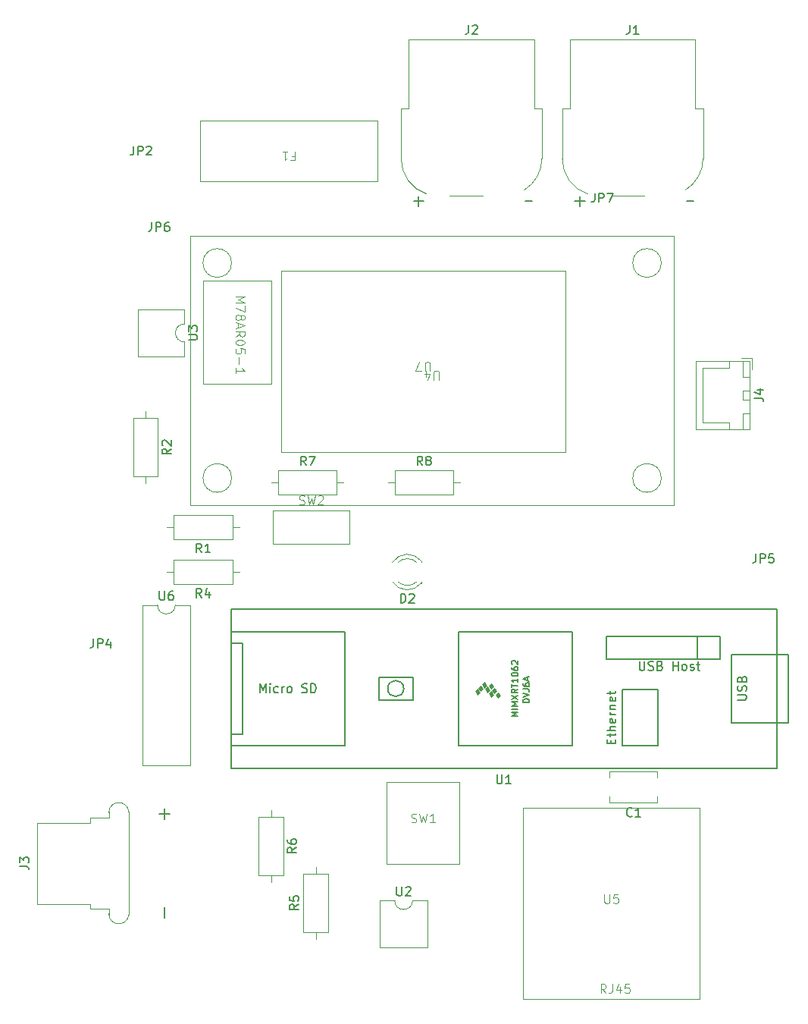
<source format=gbr>
%TF.GenerationSoftware,KiCad,Pcbnew,8.0.6-8.0.6-0~ubuntu22.04.1*%
%TF.CreationDate,2025-01-31T00:53:22+00:00*%
%TF.ProjectId,miniv_motor_controller_board,6d696e69-765f-46d6-9f74-6f725f636f6e,rev?*%
%TF.SameCoordinates,Original*%
%TF.FileFunction,Legend,Top*%
%TF.FilePolarity,Positive*%
%FSLAX46Y46*%
G04 Gerber Fmt 4.6, Leading zero omitted, Abs format (unit mm)*
G04 Created by KiCad (PCBNEW 8.0.6-8.0.6-0~ubuntu22.04.1) date 2025-01-31 00:53:22*
%MOMM*%
%LPD*%
G01*
G04 APERTURE LIST*
%ADD10C,0.150000*%
%ADD11C,0.100000*%
%ADD12C,0.120000*%
G04 APERTURE END LIST*
D10*
X66084819Y-139086666D02*
X65608628Y-139419999D01*
X66084819Y-139658094D02*
X65084819Y-139658094D01*
X65084819Y-139658094D02*
X65084819Y-139277142D01*
X65084819Y-139277142D02*
X65132438Y-139181904D01*
X65132438Y-139181904D02*
X65180057Y-139134285D01*
X65180057Y-139134285D02*
X65275295Y-139086666D01*
X65275295Y-139086666D02*
X65418152Y-139086666D01*
X65418152Y-139086666D02*
X65513390Y-139134285D01*
X65513390Y-139134285D02*
X65561009Y-139181904D01*
X65561009Y-139181904D02*
X65608628Y-139277142D01*
X65608628Y-139277142D02*
X65608628Y-139658094D01*
X65084819Y-138181904D02*
X65084819Y-138658094D01*
X65084819Y-138658094D02*
X65561009Y-138705713D01*
X65561009Y-138705713D02*
X65513390Y-138658094D01*
X65513390Y-138658094D02*
X65465771Y-138562856D01*
X65465771Y-138562856D02*
X65465771Y-138324761D01*
X65465771Y-138324761D02*
X65513390Y-138229523D01*
X65513390Y-138229523D02*
X65561009Y-138181904D01*
X65561009Y-138181904D02*
X65656247Y-138134285D01*
X65656247Y-138134285D02*
X65894342Y-138134285D01*
X65894342Y-138134285D02*
X65989580Y-138181904D01*
X65989580Y-138181904D02*
X66037200Y-138229523D01*
X66037200Y-138229523D02*
X66084819Y-138324761D01*
X66084819Y-138324761D02*
X66084819Y-138562856D01*
X66084819Y-138562856D02*
X66037200Y-138658094D01*
X66037200Y-138658094D02*
X65989580Y-138705713D01*
X117004819Y-82583333D02*
X117719104Y-82583333D01*
X117719104Y-82583333D02*
X117861961Y-82630952D01*
X117861961Y-82630952D02*
X117957200Y-82726190D01*
X117957200Y-82726190D02*
X118004819Y-82869047D01*
X118004819Y-82869047D02*
X118004819Y-82964285D01*
X117338152Y-81678571D02*
X118004819Y-81678571D01*
X116957200Y-81916666D02*
X117671485Y-82154761D01*
X117671485Y-82154761D02*
X117671485Y-81535714D01*
X43166666Y-109454819D02*
X43166666Y-110169104D01*
X43166666Y-110169104D02*
X43119047Y-110311961D01*
X43119047Y-110311961D02*
X43023809Y-110407200D01*
X43023809Y-110407200D02*
X42880952Y-110454819D01*
X42880952Y-110454819D02*
X42785714Y-110454819D01*
X43642857Y-110454819D02*
X43642857Y-109454819D01*
X43642857Y-109454819D02*
X44023809Y-109454819D01*
X44023809Y-109454819D02*
X44119047Y-109502438D01*
X44119047Y-109502438D02*
X44166666Y-109550057D01*
X44166666Y-109550057D02*
X44214285Y-109645295D01*
X44214285Y-109645295D02*
X44214285Y-109788152D01*
X44214285Y-109788152D02*
X44166666Y-109883390D01*
X44166666Y-109883390D02*
X44119047Y-109931009D01*
X44119047Y-109931009D02*
X44023809Y-109978628D01*
X44023809Y-109978628D02*
X43642857Y-109978628D01*
X45071428Y-109788152D02*
X45071428Y-110454819D01*
X44833333Y-109407200D02*
X44595238Y-110121485D01*
X44595238Y-110121485D02*
X45214285Y-110121485D01*
X77048095Y-137124819D02*
X77048095Y-137934342D01*
X77048095Y-137934342D02*
X77095714Y-138029580D01*
X77095714Y-138029580D02*
X77143333Y-138077200D01*
X77143333Y-138077200D02*
X77238571Y-138124819D01*
X77238571Y-138124819D02*
X77429047Y-138124819D01*
X77429047Y-138124819D02*
X77524285Y-138077200D01*
X77524285Y-138077200D02*
X77571904Y-138029580D01*
X77571904Y-138029580D02*
X77619523Y-137934342D01*
X77619523Y-137934342D02*
X77619523Y-137124819D01*
X78048095Y-137220057D02*
X78095714Y-137172438D01*
X78095714Y-137172438D02*
X78190952Y-137124819D01*
X78190952Y-137124819D02*
X78429047Y-137124819D01*
X78429047Y-137124819D02*
X78524285Y-137172438D01*
X78524285Y-137172438D02*
X78571904Y-137220057D01*
X78571904Y-137220057D02*
X78619523Y-137315295D01*
X78619523Y-137315295D02*
X78619523Y-137410533D01*
X78619523Y-137410533D02*
X78571904Y-137553390D01*
X78571904Y-137553390D02*
X78000476Y-138124819D01*
X78000476Y-138124819D02*
X78619523Y-138124819D01*
X85066666Y-40954819D02*
X85066666Y-41669104D01*
X85066666Y-41669104D02*
X85019047Y-41811961D01*
X85019047Y-41811961D02*
X84923809Y-41907200D01*
X84923809Y-41907200D02*
X84780952Y-41954819D01*
X84780952Y-41954819D02*
X84685714Y-41954819D01*
X85495238Y-41050057D02*
X85542857Y-41002438D01*
X85542857Y-41002438D02*
X85638095Y-40954819D01*
X85638095Y-40954819D02*
X85876190Y-40954819D01*
X85876190Y-40954819D02*
X85971428Y-41002438D01*
X85971428Y-41002438D02*
X86019047Y-41050057D01*
X86019047Y-41050057D02*
X86066666Y-41145295D01*
X86066666Y-41145295D02*
X86066666Y-41240533D01*
X86066666Y-41240533D02*
X86019047Y-41383390D01*
X86019047Y-41383390D02*
X85447619Y-41954819D01*
X85447619Y-41954819D02*
X86066666Y-41954819D01*
X91419048Y-60573866D02*
X92180953Y-60573866D01*
X78928571Y-60614700D02*
X80071429Y-60614700D01*
X79500000Y-61186128D02*
X79500000Y-60043271D01*
X49666666Y-62954819D02*
X49666666Y-63669104D01*
X49666666Y-63669104D02*
X49619047Y-63811961D01*
X49619047Y-63811961D02*
X49523809Y-63907200D01*
X49523809Y-63907200D02*
X49380952Y-63954819D01*
X49380952Y-63954819D02*
X49285714Y-63954819D01*
X50142857Y-63954819D02*
X50142857Y-62954819D01*
X50142857Y-62954819D02*
X50523809Y-62954819D01*
X50523809Y-62954819D02*
X50619047Y-63002438D01*
X50619047Y-63002438D02*
X50666666Y-63050057D01*
X50666666Y-63050057D02*
X50714285Y-63145295D01*
X50714285Y-63145295D02*
X50714285Y-63288152D01*
X50714285Y-63288152D02*
X50666666Y-63383390D01*
X50666666Y-63383390D02*
X50619047Y-63431009D01*
X50619047Y-63431009D02*
X50523809Y-63478628D01*
X50523809Y-63478628D02*
X50142857Y-63478628D01*
X51571428Y-62954819D02*
X51380952Y-62954819D01*
X51380952Y-62954819D02*
X51285714Y-63002438D01*
X51285714Y-63002438D02*
X51238095Y-63050057D01*
X51238095Y-63050057D02*
X51142857Y-63192914D01*
X51142857Y-63192914D02*
X51095238Y-63383390D01*
X51095238Y-63383390D02*
X51095238Y-63764342D01*
X51095238Y-63764342D02*
X51142857Y-63859580D01*
X51142857Y-63859580D02*
X51190476Y-63907200D01*
X51190476Y-63907200D02*
X51285714Y-63954819D01*
X51285714Y-63954819D02*
X51476190Y-63954819D01*
X51476190Y-63954819D02*
X51571428Y-63907200D01*
X51571428Y-63907200D02*
X51619047Y-63859580D01*
X51619047Y-63859580D02*
X51666666Y-63764342D01*
X51666666Y-63764342D02*
X51666666Y-63526247D01*
X51666666Y-63526247D02*
X51619047Y-63431009D01*
X51619047Y-63431009D02*
X51571428Y-63383390D01*
X51571428Y-63383390D02*
X51476190Y-63335771D01*
X51476190Y-63335771D02*
X51285714Y-63335771D01*
X51285714Y-63335771D02*
X51190476Y-63383390D01*
X51190476Y-63383390D02*
X51142857Y-63431009D01*
X51142857Y-63431009D02*
X51095238Y-63526247D01*
X88238095Y-124614819D02*
X88238095Y-125424342D01*
X88238095Y-125424342D02*
X88285714Y-125519580D01*
X88285714Y-125519580D02*
X88333333Y-125567200D01*
X88333333Y-125567200D02*
X88428571Y-125614819D01*
X88428571Y-125614819D02*
X88619047Y-125614819D01*
X88619047Y-125614819D02*
X88714285Y-125567200D01*
X88714285Y-125567200D02*
X88761904Y-125519580D01*
X88761904Y-125519580D02*
X88809523Y-125424342D01*
X88809523Y-125424342D02*
X88809523Y-124614819D01*
X89809523Y-125614819D02*
X89238095Y-125614819D01*
X89523809Y-125614819D02*
X89523809Y-124614819D01*
X89523809Y-124614819D02*
X89428571Y-124757676D01*
X89428571Y-124757676D02*
X89333333Y-124852914D01*
X89333333Y-124852914D02*
X89238095Y-124900533D01*
X90586033Y-118083333D02*
X89886033Y-118083333D01*
X89886033Y-118083333D02*
X90386033Y-117850000D01*
X90386033Y-117850000D02*
X89886033Y-117616666D01*
X89886033Y-117616666D02*
X90586033Y-117616666D01*
X90586033Y-117283333D02*
X89886033Y-117283333D01*
X90586033Y-116950000D02*
X89886033Y-116950000D01*
X89886033Y-116950000D02*
X90386033Y-116716667D01*
X90386033Y-116716667D02*
X89886033Y-116483333D01*
X89886033Y-116483333D02*
X90586033Y-116483333D01*
X89886033Y-116216667D02*
X90586033Y-115750000D01*
X89886033Y-115750000D02*
X90586033Y-116216667D01*
X90586033Y-115083333D02*
X90252700Y-115316666D01*
X90586033Y-115483333D02*
X89886033Y-115483333D01*
X89886033Y-115483333D02*
X89886033Y-115216666D01*
X89886033Y-115216666D02*
X89919366Y-115150000D01*
X89919366Y-115150000D02*
X89952700Y-115116666D01*
X89952700Y-115116666D02*
X90019366Y-115083333D01*
X90019366Y-115083333D02*
X90119366Y-115083333D01*
X90119366Y-115083333D02*
X90186033Y-115116666D01*
X90186033Y-115116666D02*
X90219366Y-115150000D01*
X90219366Y-115150000D02*
X90252700Y-115216666D01*
X90252700Y-115216666D02*
X90252700Y-115483333D01*
X89886033Y-114883333D02*
X89886033Y-114483333D01*
X90586033Y-114683333D02*
X89886033Y-114683333D01*
X90586033Y-113883333D02*
X90586033Y-114283333D01*
X90586033Y-114083333D02*
X89886033Y-114083333D01*
X89886033Y-114083333D02*
X89986033Y-114150000D01*
X89986033Y-114150000D02*
X90052700Y-114216667D01*
X90052700Y-114216667D02*
X90086033Y-114283333D01*
X89886033Y-113450000D02*
X89886033Y-113383333D01*
X89886033Y-113383333D02*
X89919366Y-113316666D01*
X89919366Y-113316666D02*
X89952700Y-113283333D01*
X89952700Y-113283333D02*
X90019366Y-113250000D01*
X90019366Y-113250000D02*
X90152700Y-113216666D01*
X90152700Y-113216666D02*
X90319366Y-113216666D01*
X90319366Y-113216666D02*
X90452700Y-113250000D01*
X90452700Y-113250000D02*
X90519366Y-113283333D01*
X90519366Y-113283333D02*
X90552700Y-113316666D01*
X90552700Y-113316666D02*
X90586033Y-113383333D01*
X90586033Y-113383333D02*
X90586033Y-113450000D01*
X90586033Y-113450000D02*
X90552700Y-113516666D01*
X90552700Y-113516666D02*
X90519366Y-113550000D01*
X90519366Y-113550000D02*
X90452700Y-113583333D01*
X90452700Y-113583333D02*
X90319366Y-113616666D01*
X90319366Y-113616666D02*
X90152700Y-113616666D01*
X90152700Y-113616666D02*
X90019366Y-113583333D01*
X90019366Y-113583333D02*
X89952700Y-113550000D01*
X89952700Y-113550000D02*
X89919366Y-113516666D01*
X89919366Y-113516666D02*
X89886033Y-113450000D01*
X89886033Y-112616666D02*
X89886033Y-112749999D01*
X89886033Y-112749999D02*
X89919366Y-112816666D01*
X89919366Y-112816666D02*
X89952700Y-112849999D01*
X89952700Y-112849999D02*
X90052700Y-112916666D01*
X90052700Y-112916666D02*
X90186033Y-112949999D01*
X90186033Y-112949999D02*
X90452700Y-112949999D01*
X90452700Y-112949999D02*
X90519366Y-112916666D01*
X90519366Y-112916666D02*
X90552700Y-112883333D01*
X90552700Y-112883333D02*
X90586033Y-112816666D01*
X90586033Y-112816666D02*
X90586033Y-112683333D01*
X90586033Y-112683333D02*
X90552700Y-112616666D01*
X90552700Y-112616666D02*
X90519366Y-112583333D01*
X90519366Y-112583333D02*
X90452700Y-112549999D01*
X90452700Y-112549999D02*
X90286033Y-112549999D01*
X90286033Y-112549999D02*
X90219366Y-112583333D01*
X90219366Y-112583333D02*
X90186033Y-112616666D01*
X90186033Y-112616666D02*
X90152700Y-112683333D01*
X90152700Y-112683333D02*
X90152700Y-112816666D01*
X90152700Y-112816666D02*
X90186033Y-112883333D01*
X90186033Y-112883333D02*
X90219366Y-112916666D01*
X90219366Y-112916666D02*
X90286033Y-112949999D01*
X89952700Y-112283332D02*
X89919366Y-112249999D01*
X89919366Y-112249999D02*
X89886033Y-112183332D01*
X89886033Y-112183332D02*
X89886033Y-112016666D01*
X89886033Y-112016666D02*
X89919366Y-111949999D01*
X89919366Y-111949999D02*
X89952700Y-111916666D01*
X89952700Y-111916666D02*
X90019366Y-111883332D01*
X90019366Y-111883332D02*
X90086033Y-111883332D01*
X90086033Y-111883332D02*
X90186033Y-111916666D01*
X90186033Y-111916666D02*
X90586033Y-112316666D01*
X90586033Y-112316666D02*
X90586033Y-111883332D01*
X61750952Y-115454819D02*
X61750952Y-114454819D01*
X61750952Y-114454819D02*
X62084285Y-115169104D01*
X62084285Y-115169104D02*
X62417618Y-114454819D01*
X62417618Y-114454819D02*
X62417618Y-115454819D01*
X62893809Y-115454819D02*
X62893809Y-114788152D01*
X62893809Y-114454819D02*
X62846190Y-114502438D01*
X62846190Y-114502438D02*
X62893809Y-114550057D01*
X62893809Y-114550057D02*
X62941428Y-114502438D01*
X62941428Y-114502438D02*
X62893809Y-114454819D01*
X62893809Y-114454819D02*
X62893809Y-114550057D01*
X63798570Y-115407200D02*
X63703332Y-115454819D01*
X63703332Y-115454819D02*
X63512856Y-115454819D01*
X63512856Y-115454819D02*
X63417618Y-115407200D01*
X63417618Y-115407200D02*
X63369999Y-115359580D01*
X63369999Y-115359580D02*
X63322380Y-115264342D01*
X63322380Y-115264342D02*
X63322380Y-114978628D01*
X63322380Y-114978628D02*
X63369999Y-114883390D01*
X63369999Y-114883390D02*
X63417618Y-114835771D01*
X63417618Y-114835771D02*
X63512856Y-114788152D01*
X63512856Y-114788152D02*
X63703332Y-114788152D01*
X63703332Y-114788152D02*
X63798570Y-114835771D01*
X64227142Y-115454819D02*
X64227142Y-114788152D01*
X64227142Y-114978628D02*
X64274761Y-114883390D01*
X64274761Y-114883390D02*
X64322380Y-114835771D01*
X64322380Y-114835771D02*
X64417618Y-114788152D01*
X64417618Y-114788152D02*
X64512856Y-114788152D01*
X64989047Y-115454819D02*
X64893809Y-115407200D01*
X64893809Y-115407200D02*
X64846190Y-115359580D01*
X64846190Y-115359580D02*
X64798571Y-115264342D01*
X64798571Y-115264342D02*
X64798571Y-114978628D01*
X64798571Y-114978628D02*
X64846190Y-114883390D01*
X64846190Y-114883390D02*
X64893809Y-114835771D01*
X64893809Y-114835771D02*
X64989047Y-114788152D01*
X64989047Y-114788152D02*
X65131904Y-114788152D01*
X65131904Y-114788152D02*
X65227142Y-114835771D01*
X65227142Y-114835771D02*
X65274761Y-114883390D01*
X65274761Y-114883390D02*
X65322380Y-114978628D01*
X65322380Y-114978628D02*
X65322380Y-115264342D01*
X65322380Y-115264342D02*
X65274761Y-115359580D01*
X65274761Y-115359580D02*
X65227142Y-115407200D01*
X65227142Y-115407200D02*
X65131904Y-115454819D01*
X65131904Y-115454819D02*
X64989047Y-115454819D01*
X66465238Y-115407200D02*
X66608095Y-115454819D01*
X66608095Y-115454819D02*
X66846190Y-115454819D01*
X66846190Y-115454819D02*
X66941428Y-115407200D01*
X66941428Y-115407200D02*
X66989047Y-115359580D01*
X66989047Y-115359580D02*
X67036666Y-115264342D01*
X67036666Y-115264342D02*
X67036666Y-115169104D01*
X67036666Y-115169104D02*
X66989047Y-115073866D01*
X66989047Y-115073866D02*
X66941428Y-115026247D01*
X66941428Y-115026247D02*
X66846190Y-114978628D01*
X66846190Y-114978628D02*
X66655714Y-114931009D01*
X66655714Y-114931009D02*
X66560476Y-114883390D01*
X66560476Y-114883390D02*
X66512857Y-114835771D01*
X66512857Y-114835771D02*
X66465238Y-114740533D01*
X66465238Y-114740533D02*
X66465238Y-114645295D01*
X66465238Y-114645295D02*
X66512857Y-114550057D01*
X66512857Y-114550057D02*
X66560476Y-114502438D01*
X66560476Y-114502438D02*
X66655714Y-114454819D01*
X66655714Y-114454819D02*
X66893809Y-114454819D01*
X66893809Y-114454819D02*
X67036666Y-114502438D01*
X67465238Y-115454819D02*
X67465238Y-114454819D01*
X67465238Y-114454819D02*
X67703333Y-114454819D01*
X67703333Y-114454819D02*
X67846190Y-114502438D01*
X67846190Y-114502438D02*
X67941428Y-114597676D01*
X67941428Y-114597676D02*
X67989047Y-114692914D01*
X67989047Y-114692914D02*
X68036666Y-114883390D01*
X68036666Y-114883390D02*
X68036666Y-115026247D01*
X68036666Y-115026247D02*
X67989047Y-115216723D01*
X67989047Y-115216723D02*
X67941428Y-115311961D01*
X67941428Y-115311961D02*
X67846190Y-115407200D01*
X67846190Y-115407200D02*
X67703333Y-115454819D01*
X67703333Y-115454819D02*
X67465238Y-115454819D01*
X115124819Y-116261904D02*
X115934342Y-116261904D01*
X115934342Y-116261904D02*
X116029580Y-116214285D01*
X116029580Y-116214285D02*
X116077200Y-116166666D01*
X116077200Y-116166666D02*
X116124819Y-116071428D01*
X116124819Y-116071428D02*
X116124819Y-115880952D01*
X116124819Y-115880952D02*
X116077200Y-115785714D01*
X116077200Y-115785714D02*
X116029580Y-115738095D01*
X116029580Y-115738095D02*
X115934342Y-115690476D01*
X115934342Y-115690476D02*
X115124819Y-115690476D01*
X116077200Y-115261904D02*
X116124819Y-115119047D01*
X116124819Y-115119047D02*
X116124819Y-114880952D01*
X116124819Y-114880952D02*
X116077200Y-114785714D01*
X116077200Y-114785714D02*
X116029580Y-114738095D01*
X116029580Y-114738095D02*
X115934342Y-114690476D01*
X115934342Y-114690476D02*
X115839104Y-114690476D01*
X115839104Y-114690476D02*
X115743866Y-114738095D01*
X115743866Y-114738095D02*
X115696247Y-114785714D01*
X115696247Y-114785714D02*
X115648628Y-114880952D01*
X115648628Y-114880952D02*
X115601009Y-115071428D01*
X115601009Y-115071428D02*
X115553390Y-115166666D01*
X115553390Y-115166666D02*
X115505771Y-115214285D01*
X115505771Y-115214285D02*
X115410533Y-115261904D01*
X115410533Y-115261904D02*
X115315295Y-115261904D01*
X115315295Y-115261904D02*
X115220057Y-115214285D01*
X115220057Y-115214285D02*
X115172438Y-115166666D01*
X115172438Y-115166666D02*
X115124819Y-115071428D01*
X115124819Y-115071428D02*
X115124819Y-114833333D01*
X115124819Y-114833333D02*
X115172438Y-114690476D01*
X115601009Y-113928571D02*
X115648628Y-113785714D01*
X115648628Y-113785714D02*
X115696247Y-113738095D01*
X115696247Y-113738095D02*
X115791485Y-113690476D01*
X115791485Y-113690476D02*
X115934342Y-113690476D01*
X115934342Y-113690476D02*
X116029580Y-113738095D01*
X116029580Y-113738095D02*
X116077200Y-113785714D01*
X116077200Y-113785714D02*
X116124819Y-113880952D01*
X116124819Y-113880952D02*
X116124819Y-114261904D01*
X116124819Y-114261904D02*
X115124819Y-114261904D01*
X115124819Y-114261904D02*
X115124819Y-113928571D01*
X115124819Y-113928571D02*
X115172438Y-113833333D01*
X115172438Y-113833333D02*
X115220057Y-113785714D01*
X115220057Y-113785714D02*
X115315295Y-113738095D01*
X115315295Y-113738095D02*
X115410533Y-113738095D01*
X115410533Y-113738095D02*
X115505771Y-113785714D01*
X115505771Y-113785714D02*
X115553390Y-113833333D01*
X115553390Y-113833333D02*
X115601009Y-113928571D01*
X115601009Y-113928571D02*
X115601009Y-114261904D01*
X100996009Y-121133743D02*
X100996009Y-120800410D01*
X101519819Y-120657553D02*
X101519819Y-121133743D01*
X101519819Y-121133743D02*
X100519819Y-121133743D01*
X100519819Y-121133743D02*
X100519819Y-120657553D01*
X100853152Y-120371838D02*
X100853152Y-119990886D01*
X100519819Y-120228981D02*
X101376961Y-120228981D01*
X101376961Y-120228981D02*
X101472200Y-120181362D01*
X101472200Y-120181362D02*
X101519819Y-120086124D01*
X101519819Y-120086124D02*
X101519819Y-119990886D01*
X101519819Y-119657552D02*
X100519819Y-119657552D01*
X101519819Y-119228981D02*
X100996009Y-119228981D01*
X100996009Y-119228981D02*
X100900771Y-119276600D01*
X100900771Y-119276600D02*
X100853152Y-119371838D01*
X100853152Y-119371838D02*
X100853152Y-119514695D01*
X100853152Y-119514695D02*
X100900771Y-119609933D01*
X100900771Y-119609933D02*
X100948390Y-119657552D01*
X101472200Y-118371838D02*
X101519819Y-118467076D01*
X101519819Y-118467076D02*
X101519819Y-118657552D01*
X101519819Y-118657552D02*
X101472200Y-118752790D01*
X101472200Y-118752790D02*
X101376961Y-118800409D01*
X101376961Y-118800409D02*
X100996009Y-118800409D01*
X100996009Y-118800409D02*
X100900771Y-118752790D01*
X100900771Y-118752790D02*
X100853152Y-118657552D01*
X100853152Y-118657552D02*
X100853152Y-118467076D01*
X100853152Y-118467076D02*
X100900771Y-118371838D01*
X100900771Y-118371838D02*
X100996009Y-118324219D01*
X100996009Y-118324219D02*
X101091247Y-118324219D01*
X101091247Y-118324219D02*
X101186485Y-118800409D01*
X101519819Y-117895647D02*
X100853152Y-117895647D01*
X101043628Y-117895647D02*
X100948390Y-117848028D01*
X100948390Y-117848028D02*
X100900771Y-117800409D01*
X100900771Y-117800409D02*
X100853152Y-117705171D01*
X100853152Y-117705171D02*
X100853152Y-117609933D01*
X100853152Y-117276599D02*
X101519819Y-117276599D01*
X100948390Y-117276599D02*
X100900771Y-117228980D01*
X100900771Y-117228980D02*
X100853152Y-117133742D01*
X100853152Y-117133742D02*
X100853152Y-116990885D01*
X100853152Y-116990885D02*
X100900771Y-116895647D01*
X100900771Y-116895647D02*
X100996009Y-116848028D01*
X100996009Y-116848028D02*
X101519819Y-116848028D01*
X101472200Y-115990885D02*
X101519819Y-116086123D01*
X101519819Y-116086123D02*
X101519819Y-116276599D01*
X101519819Y-116276599D02*
X101472200Y-116371837D01*
X101472200Y-116371837D02*
X101376961Y-116419456D01*
X101376961Y-116419456D02*
X100996009Y-116419456D01*
X100996009Y-116419456D02*
X100900771Y-116371837D01*
X100900771Y-116371837D02*
X100853152Y-116276599D01*
X100853152Y-116276599D02*
X100853152Y-116086123D01*
X100853152Y-116086123D02*
X100900771Y-115990885D01*
X100900771Y-115990885D02*
X100996009Y-115943266D01*
X100996009Y-115943266D02*
X101091247Y-115943266D01*
X101091247Y-115943266D02*
X101186485Y-116419456D01*
X100853152Y-115657551D02*
X100853152Y-115276599D01*
X100519819Y-115514694D02*
X101376961Y-115514694D01*
X101376961Y-115514694D02*
X101472200Y-115467075D01*
X101472200Y-115467075D02*
X101519819Y-115371837D01*
X101519819Y-115371837D02*
X101519819Y-115276599D01*
X104156276Y-111965619D02*
X104156276Y-112775142D01*
X104156276Y-112775142D02*
X104203895Y-112870380D01*
X104203895Y-112870380D02*
X104251514Y-112918000D01*
X104251514Y-112918000D02*
X104346752Y-112965619D01*
X104346752Y-112965619D02*
X104537228Y-112965619D01*
X104537228Y-112965619D02*
X104632466Y-112918000D01*
X104632466Y-112918000D02*
X104680085Y-112870380D01*
X104680085Y-112870380D02*
X104727704Y-112775142D01*
X104727704Y-112775142D02*
X104727704Y-111965619D01*
X105156276Y-112918000D02*
X105299133Y-112965619D01*
X105299133Y-112965619D02*
X105537228Y-112965619D01*
X105537228Y-112965619D02*
X105632466Y-112918000D01*
X105632466Y-112918000D02*
X105680085Y-112870380D01*
X105680085Y-112870380D02*
X105727704Y-112775142D01*
X105727704Y-112775142D02*
X105727704Y-112679904D01*
X105727704Y-112679904D02*
X105680085Y-112584666D01*
X105680085Y-112584666D02*
X105632466Y-112537047D01*
X105632466Y-112537047D02*
X105537228Y-112489428D01*
X105537228Y-112489428D02*
X105346752Y-112441809D01*
X105346752Y-112441809D02*
X105251514Y-112394190D01*
X105251514Y-112394190D02*
X105203895Y-112346571D01*
X105203895Y-112346571D02*
X105156276Y-112251333D01*
X105156276Y-112251333D02*
X105156276Y-112156095D01*
X105156276Y-112156095D02*
X105203895Y-112060857D01*
X105203895Y-112060857D02*
X105251514Y-112013238D01*
X105251514Y-112013238D02*
X105346752Y-111965619D01*
X105346752Y-111965619D02*
X105584847Y-111965619D01*
X105584847Y-111965619D02*
X105727704Y-112013238D01*
X106489609Y-112441809D02*
X106632466Y-112489428D01*
X106632466Y-112489428D02*
X106680085Y-112537047D01*
X106680085Y-112537047D02*
X106727704Y-112632285D01*
X106727704Y-112632285D02*
X106727704Y-112775142D01*
X106727704Y-112775142D02*
X106680085Y-112870380D01*
X106680085Y-112870380D02*
X106632466Y-112918000D01*
X106632466Y-112918000D02*
X106537228Y-112965619D01*
X106537228Y-112965619D02*
X106156276Y-112965619D01*
X106156276Y-112965619D02*
X106156276Y-111965619D01*
X106156276Y-111965619D02*
X106489609Y-111965619D01*
X106489609Y-111965619D02*
X106584847Y-112013238D01*
X106584847Y-112013238D02*
X106632466Y-112060857D01*
X106632466Y-112060857D02*
X106680085Y-112156095D01*
X106680085Y-112156095D02*
X106680085Y-112251333D01*
X106680085Y-112251333D02*
X106632466Y-112346571D01*
X106632466Y-112346571D02*
X106584847Y-112394190D01*
X106584847Y-112394190D02*
X106489609Y-112441809D01*
X106489609Y-112441809D02*
X106156276Y-112441809D01*
X107918181Y-112965619D02*
X107918181Y-111965619D01*
X107918181Y-112441809D02*
X108489609Y-112441809D01*
X108489609Y-112965619D02*
X108489609Y-111965619D01*
X109108657Y-112965619D02*
X109013419Y-112918000D01*
X109013419Y-112918000D02*
X108965800Y-112870380D01*
X108965800Y-112870380D02*
X108918181Y-112775142D01*
X108918181Y-112775142D02*
X108918181Y-112489428D01*
X108918181Y-112489428D02*
X108965800Y-112394190D01*
X108965800Y-112394190D02*
X109013419Y-112346571D01*
X109013419Y-112346571D02*
X109108657Y-112298952D01*
X109108657Y-112298952D02*
X109251514Y-112298952D01*
X109251514Y-112298952D02*
X109346752Y-112346571D01*
X109346752Y-112346571D02*
X109394371Y-112394190D01*
X109394371Y-112394190D02*
X109441990Y-112489428D01*
X109441990Y-112489428D02*
X109441990Y-112775142D01*
X109441990Y-112775142D02*
X109394371Y-112870380D01*
X109394371Y-112870380D02*
X109346752Y-112918000D01*
X109346752Y-112918000D02*
X109251514Y-112965619D01*
X109251514Y-112965619D02*
X109108657Y-112965619D01*
X109822943Y-112918000D02*
X109918181Y-112965619D01*
X109918181Y-112965619D02*
X110108657Y-112965619D01*
X110108657Y-112965619D02*
X110203895Y-112918000D01*
X110203895Y-112918000D02*
X110251514Y-112822761D01*
X110251514Y-112822761D02*
X110251514Y-112775142D01*
X110251514Y-112775142D02*
X110203895Y-112679904D01*
X110203895Y-112679904D02*
X110108657Y-112632285D01*
X110108657Y-112632285D02*
X109965800Y-112632285D01*
X109965800Y-112632285D02*
X109870562Y-112584666D01*
X109870562Y-112584666D02*
X109822943Y-112489428D01*
X109822943Y-112489428D02*
X109822943Y-112441809D01*
X109822943Y-112441809D02*
X109870562Y-112346571D01*
X109870562Y-112346571D02*
X109965800Y-112298952D01*
X109965800Y-112298952D02*
X110108657Y-112298952D01*
X110108657Y-112298952D02*
X110203895Y-112346571D01*
X110537229Y-112298952D02*
X110918181Y-112298952D01*
X110680086Y-111965619D02*
X110680086Y-112822761D01*
X110680086Y-112822761D02*
X110727705Y-112918000D01*
X110727705Y-112918000D02*
X110822943Y-112965619D01*
X110822943Y-112965619D02*
X110918181Y-112965619D01*
X91856033Y-116563333D02*
X91156033Y-116563333D01*
X91156033Y-116563333D02*
X91156033Y-116396666D01*
X91156033Y-116396666D02*
X91189366Y-116296666D01*
X91189366Y-116296666D02*
X91256033Y-116230000D01*
X91256033Y-116230000D02*
X91322700Y-116196666D01*
X91322700Y-116196666D02*
X91456033Y-116163333D01*
X91456033Y-116163333D02*
X91556033Y-116163333D01*
X91556033Y-116163333D02*
X91689366Y-116196666D01*
X91689366Y-116196666D02*
X91756033Y-116230000D01*
X91756033Y-116230000D02*
X91822700Y-116296666D01*
X91822700Y-116296666D02*
X91856033Y-116396666D01*
X91856033Y-116396666D02*
X91856033Y-116563333D01*
X91156033Y-115963333D02*
X91856033Y-115730000D01*
X91856033Y-115730000D02*
X91156033Y-115496666D01*
X91156033Y-115063333D02*
X91656033Y-115063333D01*
X91656033Y-115063333D02*
X91756033Y-115096666D01*
X91756033Y-115096666D02*
X91822700Y-115163333D01*
X91822700Y-115163333D02*
X91856033Y-115263333D01*
X91856033Y-115263333D02*
X91856033Y-115330000D01*
X91156033Y-114430000D02*
X91156033Y-114563333D01*
X91156033Y-114563333D02*
X91189366Y-114630000D01*
X91189366Y-114630000D02*
X91222700Y-114663333D01*
X91222700Y-114663333D02*
X91322700Y-114730000D01*
X91322700Y-114730000D02*
X91456033Y-114763333D01*
X91456033Y-114763333D02*
X91722700Y-114763333D01*
X91722700Y-114763333D02*
X91789366Y-114730000D01*
X91789366Y-114730000D02*
X91822700Y-114696667D01*
X91822700Y-114696667D02*
X91856033Y-114630000D01*
X91856033Y-114630000D02*
X91856033Y-114496667D01*
X91856033Y-114496667D02*
X91822700Y-114430000D01*
X91822700Y-114430000D02*
X91789366Y-114396667D01*
X91789366Y-114396667D02*
X91722700Y-114363333D01*
X91722700Y-114363333D02*
X91556033Y-114363333D01*
X91556033Y-114363333D02*
X91489366Y-114396667D01*
X91489366Y-114396667D02*
X91456033Y-114430000D01*
X91456033Y-114430000D02*
X91422700Y-114496667D01*
X91422700Y-114496667D02*
X91422700Y-114630000D01*
X91422700Y-114630000D02*
X91456033Y-114696667D01*
X91456033Y-114696667D02*
X91489366Y-114730000D01*
X91489366Y-114730000D02*
X91556033Y-114763333D01*
X91656033Y-114096666D02*
X91656033Y-113763333D01*
X91856033Y-114163333D02*
X91156033Y-113930000D01*
X91156033Y-113930000D02*
X91856033Y-113696666D01*
X34954819Y-134833333D02*
X35669104Y-134833333D01*
X35669104Y-134833333D02*
X35811961Y-134880952D01*
X35811961Y-134880952D02*
X35907200Y-134976190D01*
X35907200Y-134976190D02*
X35954819Y-135119047D01*
X35954819Y-135119047D02*
X35954819Y-135214285D01*
X34954819Y-134452380D02*
X34954819Y-133833333D01*
X34954819Y-133833333D02*
X35335771Y-134166666D01*
X35335771Y-134166666D02*
X35335771Y-134023809D01*
X35335771Y-134023809D02*
X35383390Y-133928571D01*
X35383390Y-133928571D02*
X35431009Y-133880952D01*
X35431009Y-133880952D02*
X35526247Y-133833333D01*
X35526247Y-133833333D02*
X35764342Y-133833333D01*
X35764342Y-133833333D02*
X35859580Y-133880952D01*
X35859580Y-133880952D02*
X35907200Y-133928571D01*
X35907200Y-133928571D02*
X35954819Y-134023809D01*
X35954819Y-134023809D02*
X35954819Y-134309523D01*
X35954819Y-134309523D02*
X35907200Y-134404761D01*
X35907200Y-134404761D02*
X35859580Y-134452380D01*
X51114700Y-140571428D02*
X51114700Y-139428571D01*
X51114700Y-129571428D02*
X51114700Y-128428571D01*
X51686128Y-128999999D02*
X50543271Y-128999999D01*
X55253333Y-99824819D02*
X54920000Y-99348628D01*
X54681905Y-99824819D02*
X54681905Y-98824819D01*
X54681905Y-98824819D02*
X55062857Y-98824819D01*
X55062857Y-98824819D02*
X55158095Y-98872438D01*
X55158095Y-98872438D02*
X55205714Y-98920057D01*
X55205714Y-98920057D02*
X55253333Y-99015295D01*
X55253333Y-99015295D02*
X55253333Y-99158152D01*
X55253333Y-99158152D02*
X55205714Y-99253390D01*
X55205714Y-99253390D02*
X55158095Y-99301009D01*
X55158095Y-99301009D02*
X55062857Y-99348628D01*
X55062857Y-99348628D02*
X54681905Y-99348628D01*
X56205714Y-99824819D02*
X55634286Y-99824819D01*
X55920000Y-99824819D02*
X55920000Y-98824819D01*
X55920000Y-98824819D02*
X55824762Y-98967676D01*
X55824762Y-98967676D02*
X55729524Y-99062914D01*
X55729524Y-99062914D02*
X55634286Y-99110533D01*
X103066666Y-40954819D02*
X103066666Y-41669104D01*
X103066666Y-41669104D02*
X103019047Y-41811961D01*
X103019047Y-41811961D02*
X102923809Y-41907200D01*
X102923809Y-41907200D02*
X102780952Y-41954819D01*
X102780952Y-41954819D02*
X102685714Y-41954819D01*
X104066666Y-41954819D02*
X103495238Y-41954819D01*
X103780952Y-41954819D02*
X103780952Y-40954819D01*
X103780952Y-40954819D02*
X103685714Y-41097676D01*
X103685714Y-41097676D02*
X103590476Y-41192914D01*
X103590476Y-41192914D02*
X103495238Y-41240533D01*
X96928571Y-60614700D02*
X98071429Y-60614700D01*
X97500000Y-61186128D02*
X97500000Y-60043271D01*
X109419048Y-60573866D02*
X110180953Y-60573866D01*
X99166666Y-59704819D02*
X99166666Y-60419104D01*
X99166666Y-60419104D02*
X99119047Y-60561961D01*
X99119047Y-60561961D02*
X99023809Y-60657200D01*
X99023809Y-60657200D02*
X98880952Y-60704819D01*
X98880952Y-60704819D02*
X98785714Y-60704819D01*
X99642857Y-60704819D02*
X99642857Y-59704819D01*
X99642857Y-59704819D02*
X100023809Y-59704819D01*
X100023809Y-59704819D02*
X100119047Y-59752438D01*
X100119047Y-59752438D02*
X100166666Y-59800057D01*
X100166666Y-59800057D02*
X100214285Y-59895295D01*
X100214285Y-59895295D02*
X100214285Y-60038152D01*
X100214285Y-60038152D02*
X100166666Y-60133390D01*
X100166666Y-60133390D02*
X100119047Y-60181009D01*
X100119047Y-60181009D02*
X100023809Y-60228628D01*
X100023809Y-60228628D02*
X99642857Y-60228628D01*
X100547619Y-59704819D02*
X101214285Y-59704819D01*
X101214285Y-59704819D02*
X100785714Y-60704819D01*
X50548095Y-104124819D02*
X50548095Y-104934342D01*
X50548095Y-104934342D02*
X50595714Y-105029580D01*
X50595714Y-105029580D02*
X50643333Y-105077200D01*
X50643333Y-105077200D02*
X50738571Y-105124819D01*
X50738571Y-105124819D02*
X50929047Y-105124819D01*
X50929047Y-105124819D02*
X51024285Y-105077200D01*
X51024285Y-105077200D02*
X51071904Y-105029580D01*
X51071904Y-105029580D02*
X51119523Y-104934342D01*
X51119523Y-104934342D02*
X51119523Y-104124819D01*
X52024285Y-104124819D02*
X51833809Y-104124819D01*
X51833809Y-104124819D02*
X51738571Y-104172438D01*
X51738571Y-104172438D02*
X51690952Y-104220057D01*
X51690952Y-104220057D02*
X51595714Y-104362914D01*
X51595714Y-104362914D02*
X51548095Y-104553390D01*
X51548095Y-104553390D02*
X51548095Y-104934342D01*
X51548095Y-104934342D02*
X51595714Y-105029580D01*
X51595714Y-105029580D02*
X51643333Y-105077200D01*
X51643333Y-105077200D02*
X51738571Y-105124819D01*
X51738571Y-105124819D02*
X51929047Y-105124819D01*
X51929047Y-105124819D02*
X52024285Y-105077200D01*
X52024285Y-105077200D02*
X52071904Y-105029580D01*
X52071904Y-105029580D02*
X52119523Y-104934342D01*
X52119523Y-104934342D02*
X52119523Y-104696247D01*
X52119523Y-104696247D02*
X52071904Y-104601009D01*
X52071904Y-104601009D02*
X52024285Y-104553390D01*
X52024285Y-104553390D02*
X51929047Y-104505771D01*
X51929047Y-104505771D02*
X51738571Y-104505771D01*
X51738571Y-104505771D02*
X51643333Y-104553390D01*
X51643333Y-104553390D02*
X51595714Y-104601009D01*
X51595714Y-104601009D02*
X51548095Y-104696247D01*
D11*
X78666667Y-129909800D02*
X78809524Y-129957419D01*
X78809524Y-129957419D02*
X79047619Y-129957419D01*
X79047619Y-129957419D02*
X79142857Y-129909800D01*
X79142857Y-129909800D02*
X79190476Y-129862180D01*
X79190476Y-129862180D02*
X79238095Y-129766942D01*
X79238095Y-129766942D02*
X79238095Y-129671704D01*
X79238095Y-129671704D02*
X79190476Y-129576466D01*
X79190476Y-129576466D02*
X79142857Y-129528847D01*
X79142857Y-129528847D02*
X79047619Y-129481228D01*
X79047619Y-129481228D02*
X78857143Y-129433609D01*
X78857143Y-129433609D02*
X78761905Y-129385990D01*
X78761905Y-129385990D02*
X78714286Y-129338371D01*
X78714286Y-129338371D02*
X78666667Y-129243133D01*
X78666667Y-129243133D02*
X78666667Y-129147895D01*
X78666667Y-129147895D02*
X78714286Y-129052657D01*
X78714286Y-129052657D02*
X78761905Y-129005038D01*
X78761905Y-129005038D02*
X78857143Y-128957419D01*
X78857143Y-128957419D02*
X79095238Y-128957419D01*
X79095238Y-128957419D02*
X79238095Y-129005038D01*
X79571429Y-128957419D02*
X79809524Y-129957419D01*
X79809524Y-129957419D02*
X80000000Y-129243133D01*
X80000000Y-129243133D02*
X80190476Y-129957419D01*
X80190476Y-129957419D02*
X80428572Y-128957419D01*
X81333333Y-129957419D02*
X80761905Y-129957419D01*
X81047619Y-129957419D02*
X81047619Y-128957419D01*
X81047619Y-128957419D02*
X80952381Y-129100276D01*
X80952381Y-129100276D02*
X80857143Y-129195514D01*
X80857143Y-129195514D02*
X80761905Y-129243133D01*
X100238095Y-137957419D02*
X100238095Y-138766942D01*
X100238095Y-138766942D02*
X100285714Y-138862180D01*
X100285714Y-138862180D02*
X100333333Y-138909800D01*
X100333333Y-138909800D02*
X100428571Y-138957419D01*
X100428571Y-138957419D02*
X100619047Y-138957419D01*
X100619047Y-138957419D02*
X100714285Y-138909800D01*
X100714285Y-138909800D02*
X100761904Y-138862180D01*
X100761904Y-138862180D02*
X100809523Y-138766942D01*
X100809523Y-138766942D02*
X100809523Y-137957419D01*
X101761904Y-137957419D02*
X101285714Y-137957419D01*
X101285714Y-137957419D02*
X101238095Y-138433609D01*
X101238095Y-138433609D02*
X101285714Y-138385990D01*
X101285714Y-138385990D02*
X101380952Y-138338371D01*
X101380952Y-138338371D02*
X101619047Y-138338371D01*
X101619047Y-138338371D02*
X101714285Y-138385990D01*
X101714285Y-138385990D02*
X101761904Y-138433609D01*
X101761904Y-138433609D02*
X101809523Y-138528847D01*
X101809523Y-138528847D02*
X101809523Y-138766942D01*
X101809523Y-138766942D02*
X101761904Y-138862180D01*
X101761904Y-138862180D02*
X101714285Y-138909800D01*
X101714285Y-138909800D02*
X101619047Y-138957419D01*
X101619047Y-138957419D02*
X101380952Y-138957419D01*
X101380952Y-138957419D02*
X101285714Y-138909800D01*
X101285714Y-138909800D02*
X101238095Y-138862180D01*
X100405312Y-148992419D02*
X100071979Y-148516228D01*
X99833884Y-148992419D02*
X99833884Y-147992419D01*
X99833884Y-147992419D02*
X100214836Y-147992419D01*
X100214836Y-147992419D02*
X100310074Y-148040038D01*
X100310074Y-148040038D02*
X100357693Y-148087657D01*
X100357693Y-148087657D02*
X100405312Y-148182895D01*
X100405312Y-148182895D02*
X100405312Y-148325752D01*
X100405312Y-148325752D02*
X100357693Y-148420990D01*
X100357693Y-148420990D02*
X100310074Y-148468609D01*
X100310074Y-148468609D02*
X100214836Y-148516228D01*
X100214836Y-148516228D02*
X99833884Y-148516228D01*
X101119598Y-147992419D02*
X101119598Y-148706704D01*
X101119598Y-148706704D02*
X101071979Y-148849561D01*
X101071979Y-148849561D02*
X100976741Y-148944800D01*
X100976741Y-148944800D02*
X100833884Y-148992419D01*
X100833884Y-148992419D02*
X100738646Y-148992419D01*
X102024360Y-148325752D02*
X102024360Y-148992419D01*
X101786265Y-147944800D02*
X101548170Y-148659085D01*
X101548170Y-148659085D02*
X102167217Y-148659085D01*
X103024360Y-147992419D02*
X102548170Y-147992419D01*
X102548170Y-147992419D02*
X102500551Y-148468609D01*
X102500551Y-148468609D02*
X102548170Y-148420990D01*
X102548170Y-148420990D02*
X102643408Y-148373371D01*
X102643408Y-148373371D02*
X102881503Y-148373371D01*
X102881503Y-148373371D02*
X102976741Y-148420990D01*
X102976741Y-148420990D02*
X103024360Y-148468609D01*
X103024360Y-148468609D02*
X103071979Y-148563847D01*
X103071979Y-148563847D02*
X103071979Y-148801942D01*
X103071979Y-148801942D02*
X103024360Y-148897180D01*
X103024360Y-148897180D02*
X102976741Y-148944800D01*
X102976741Y-148944800D02*
X102881503Y-148992419D01*
X102881503Y-148992419D02*
X102643408Y-148992419D01*
X102643408Y-148992419D02*
X102548170Y-148944800D01*
X102548170Y-148944800D02*
X102500551Y-148897180D01*
X59042580Y-71238095D02*
X60042580Y-71238095D01*
X60042580Y-71238095D02*
X59328295Y-71571428D01*
X59328295Y-71571428D02*
X60042580Y-71904761D01*
X60042580Y-71904761D02*
X59042580Y-71904761D01*
X60042580Y-72285714D02*
X60042580Y-72952380D01*
X60042580Y-72952380D02*
X59042580Y-72523809D01*
X59614009Y-73476190D02*
X59661628Y-73380952D01*
X59661628Y-73380952D02*
X59709247Y-73333333D01*
X59709247Y-73333333D02*
X59804485Y-73285714D01*
X59804485Y-73285714D02*
X59852104Y-73285714D01*
X59852104Y-73285714D02*
X59947342Y-73333333D01*
X59947342Y-73333333D02*
X59994961Y-73380952D01*
X59994961Y-73380952D02*
X60042580Y-73476190D01*
X60042580Y-73476190D02*
X60042580Y-73666666D01*
X60042580Y-73666666D02*
X59994961Y-73761904D01*
X59994961Y-73761904D02*
X59947342Y-73809523D01*
X59947342Y-73809523D02*
X59852104Y-73857142D01*
X59852104Y-73857142D02*
X59804485Y-73857142D01*
X59804485Y-73857142D02*
X59709247Y-73809523D01*
X59709247Y-73809523D02*
X59661628Y-73761904D01*
X59661628Y-73761904D02*
X59614009Y-73666666D01*
X59614009Y-73666666D02*
X59614009Y-73476190D01*
X59614009Y-73476190D02*
X59566390Y-73380952D01*
X59566390Y-73380952D02*
X59518771Y-73333333D01*
X59518771Y-73333333D02*
X59423533Y-73285714D01*
X59423533Y-73285714D02*
X59233057Y-73285714D01*
X59233057Y-73285714D02*
X59137819Y-73333333D01*
X59137819Y-73333333D02*
X59090200Y-73380952D01*
X59090200Y-73380952D02*
X59042580Y-73476190D01*
X59042580Y-73476190D02*
X59042580Y-73666666D01*
X59042580Y-73666666D02*
X59090200Y-73761904D01*
X59090200Y-73761904D02*
X59137819Y-73809523D01*
X59137819Y-73809523D02*
X59233057Y-73857142D01*
X59233057Y-73857142D02*
X59423533Y-73857142D01*
X59423533Y-73857142D02*
X59518771Y-73809523D01*
X59518771Y-73809523D02*
X59566390Y-73761904D01*
X59566390Y-73761904D02*
X59614009Y-73666666D01*
X59328295Y-74238095D02*
X59328295Y-74714285D01*
X59042580Y-74142857D02*
X60042580Y-74476190D01*
X60042580Y-74476190D02*
X59042580Y-74809523D01*
X59042580Y-75714285D02*
X59518771Y-75380952D01*
X59042580Y-75142857D02*
X60042580Y-75142857D01*
X60042580Y-75142857D02*
X60042580Y-75523809D01*
X60042580Y-75523809D02*
X59994961Y-75619047D01*
X59994961Y-75619047D02*
X59947342Y-75666666D01*
X59947342Y-75666666D02*
X59852104Y-75714285D01*
X59852104Y-75714285D02*
X59709247Y-75714285D01*
X59709247Y-75714285D02*
X59614009Y-75666666D01*
X59614009Y-75666666D02*
X59566390Y-75619047D01*
X59566390Y-75619047D02*
X59518771Y-75523809D01*
X59518771Y-75523809D02*
X59518771Y-75142857D01*
X60042580Y-76333333D02*
X60042580Y-76428571D01*
X60042580Y-76428571D02*
X59994961Y-76523809D01*
X59994961Y-76523809D02*
X59947342Y-76571428D01*
X59947342Y-76571428D02*
X59852104Y-76619047D01*
X59852104Y-76619047D02*
X59661628Y-76666666D01*
X59661628Y-76666666D02*
X59423533Y-76666666D01*
X59423533Y-76666666D02*
X59233057Y-76619047D01*
X59233057Y-76619047D02*
X59137819Y-76571428D01*
X59137819Y-76571428D02*
X59090200Y-76523809D01*
X59090200Y-76523809D02*
X59042580Y-76428571D01*
X59042580Y-76428571D02*
X59042580Y-76333333D01*
X59042580Y-76333333D02*
X59090200Y-76238095D01*
X59090200Y-76238095D02*
X59137819Y-76190476D01*
X59137819Y-76190476D02*
X59233057Y-76142857D01*
X59233057Y-76142857D02*
X59423533Y-76095238D01*
X59423533Y-76095238D02*
X59661628Y-76095238D01*
X59661628Y-76095238D02*
X59852104Y-76142857D01*
X59852104Y-76142857D02*
X59947342Y-76190476D01*
X59947342Y-76190476D02*
X59994961Y-76238095D01*
X59994961Y-76238095D02*
X60042580Y-76333333D01*
X60042580Y-77571428D02*
X60042580Y-77095238D01*
X60042580Y-77095238D02*
X59566390Y-77047619D01*
X59566390Y-77047619D02*
X59614009Y-77095238D01*
X59614009Y-77095238D02*
X59661628Y-77190476D01*
X59661628Y-77190476D02*
X59661628Y-77428571D01*
X59661628Y-77428571D02*
X59614009Y-77523809D01*
X59614009Y-77523809D02*
X59566390Y-77571428D01*
X59566390Y-77571428D02*
X59471152Y-77619047D01*
X59471152Y-77619047D02*
X59233057Y-77619047D01*
X59233057Y-77619047D02*
X59137819Y-77571428D01*
X59137819Y-77571428D02*
X59090200Y-77523809D01*
X59090200Y-77523809D02*
X59042580Y-77428571D01*
X59042580Y-77428571D02*
X59042580Y-77190476D01*
X59042580Y-77190476D02*
X59090200Y-77095238D01*
X59090200Y-77095238D02*
X59137819Y-77047619D01*
X59423533Y-78047619D02*
X59423533Y-78809524D01*
X59042580Y-79809523D02*
X59042580Y-79238095D01*
X59042580Y-79523809D02*
X60042580Y-79523809D01*
X60042580Y-79523809D02*
X59899723Y-79428571D01*
X59899723Y-79428571D02*
X59804485Y-79333333D01*
X59804485Y-79333333D02*
X59756866Y-79238095D01*
X65333333Y-55566390D02*
X65666666Y-55566390D01*
X65666666Y-55042580D02*
X65666666Y-56042580D01*
X65666666Y-56042580D02*
X65190476Y-56042580D01*
X64285714Y-55042580D02*
X64857142Y-55042580D01*
X64571428Y-55042580D02*
X64571428Y-56042580D01*
X64571428Y-56042580D02*
X64666666Y-55899723D01*
X64666666Y-55899723D02*
X64761904Y-55804485D01*
X64761904Y-55804485D02*
X64857142Y-55756866D01*
D10*
X51824819Y-88246666D02*
X51348628Y-88579999D01*
X51824819Y-88818094D02*
X50824819Y-88818094D01*
X50824819Y-88818094D02*
X50824819Y-88437142D01*
X50824819Y-88437142D02*
X50872438Y-88341904D01*
X50872438Y-88341904D02*
X50920057Y-88294285D01*
X50920057Y-88294285D02*
X51015295Y-88246666D01*
X51015295Y-88246666D02*
X51158152Y-88246666D01*
X51158152Y-88246666D02*
X51253390Y-88294285D01*
X51253390Y-88294285D02*
X51301009Y-88341904D01*
X51301009Y-88341904D02*
X51348628Y-88437142D01*
X51348628Y-88437142D02*
X51348628Y-88818094D01*
X50920057Y-87865713D02*
X50872438Y-87818094D01*
X50872438Y-87818094D02*
X50824819Y-87722856D01*
X50824819Y-87722856D02*
X50824819Y-87484761D01*
X50824819Y-87484761D02*
X50872438Y-87389523D01*
X50872438Y-87389523D02*
X50920057Y-87341904D01*
X50920057Y-87341904D02*
X51015295Y-87294285D01*
X51015295Y-87294285D02*
X51110533Y-87294285D01*
X51110533Y-87294285D02*
X51253390Y-87341904D01*
X51253390Y-87341904D02*
X51824819Y-87913332D01*
X51824819Y-87913332D02*
X51824819Y-87294285D01*
X117166666Y-99954819D02*
X117166666Y-100669104D01*
X117166666Y-100669104D02*
X117119047Y-100811961D01*
X117119047Y-100811961D02*
X117023809Y-100907200D01*
X117023809Y-100907200D02*
X116880952Y-100954819D01*
X116880952Y-100954819D02*
X116785714Y-100954819D01*
X117642857Y-100954819D02*
X117642857Y-99954819D01*
X117642857Y-99954819D02*
X118023809Y-99954819D01*
X118023809Y-99954819D02*
X118119047Y-100002438D01*
X118119047Y-100002438D02*
X118166666Y-100050057D01*
X118166666Y-100050057D02*
X118214285Y-100145295D01*
X118214285Y-100145295D02*
X118214285Y-100288152D01*
X118214285Y-100288152D02*
X118166666Y-100383390D01*
X118166666Y-100383390D02*
X118119047Y-100431009D01*
X118119047Y-100431009D02*
X118023809Y-100478628D01*
X118023809Y-100478628D02*
X117642857Y-100478628D01*
X119119047Y-99954819D02*
X118642857Y-99954819D01*
X118642857Y-99954819D02*
X118595238Y-100431009D01*
X118595238Y-100431009D02*
X118642857Y-100383390D01*
X118642857Y-100383390D02*
X118738095Y-100335771D01*
X118738095Y-100335771D02*
X118976190Y-100335771D01*
X118976190Y-100335771D02*
X119071428Y-100383390D01*
X119071428Y-100383390D02*
X119119047Y-100431009D01*
X119119047Y-100431009D02*
X119166666Y-100526247D01*
X119166666Y-100526247D02*
X119166666Y-100764342D01*
X119166666Y-100764342D02*
X119119047Y-100859580D01*
X119119047Y-100859580D02*
X119071428Y-100907200D01*
X119071428Y-100907200D02*
X118976190Y-100954819D01*
X118976190Y-100954819D02*
X118738095Y-100954819D01*
X118738095Y-100954819D02*
X118642857Y-100907200D01*
X118642857Y-100907200D02*
X118595238Y-100859580D01*
D11*
X81761904Y-80542580D02*
X81761904Y-79733057D01*
X81761904Y-79733057D02*
X81714285Y-79637819D01*
X81714285Y-79637819D02*
X81666666Y-79590200D01*
X81666666Y-79590200D02*
X81571428Y-79542580D01*
X81571428Y-79542580D02*
X81380952Y-79542580D01*
X81380952Y-79542580D02*
X81285714Y-79590200D01*
X81285714Y-79590200D02*
X81238095Y-79637819D01*
X81238095Y-79637819D02*
X81190476Y-79733057D01*
X81190476Y-79733057D02*
X81190476Y-80542580D01*
X80285714Y-80209247D02*
X80285714Y-79542580D01*
X80523809Y-80590200D02*
X80761904Y-79875914D01*
X80761904Y-79875914D02*
X80142857Y-79875914D01*
D10*
X53784819Y-76071904D02*
X54594342Y-76071904D01*
X54594342Y-76071904D02*
X54689580Y-76024285D01*
X54689580Y-76024285D02*
X54737200Y-75976666D01*
X54737200Y-75976666D02*
X54784819Y-75881428D01*
X54784819Y-75881428D02*
X54784819Y-75690952D01*
X54784819Y-75690952D02*
X54737200Y-75595714D01*
X54737200Y-75595714D02*
X54689580Y-75548095D01*
X54689580Y-75548095D02*
X54594342Y-75500476D01*
X54594342Y-75500476D02*
X53784819Y-75500476D01*
X53784819Y-75119523D02*
X53784819Y-74500476D01*
X53784819Y-74500476D02*
X54165771Y-74833809D01*
X54165771Y-74833809D02*
X54165771Y-74690952D01*
X54165771Y-74690952D02*
X54213390Y-74595714D01*
X54213390Y-74595714D02*
X54261009Y-74548095D01*
X54261009Y-74548095D02*
X54356247Y-74500476D01*
X54356247Y-74500476D02*
X54594342Y-74500476D01*
X54594342Y-74500476D02*
X54689580Y-74548095D01*
X54689580Y-74548095D02*
X54737200Y-74595714D01*
X54737200Y-74595714D02*
X54784819Y-74690952D01*
X54784819Y-74690952D02*
X54784819Y-74976666D01*
X54784819Y-74976666D02*
X54737200Y-75071904D01*
X54737200Y-75071904D02*
X54689580Y-75119523D01*
X47666666Y-54454819D02*
X47666666Y-55169104D01*
X47666666Y-55169104D02*
X47619047Y-55311961D01*
X47619047Y-55311961D02*
X47523809Y-55407200D01*
X47523809Y-55407200D02*
X47380952Y-55454819D01*
X47380952Y-55454819D02*
X47285714Y-55454819D01*
X48142857Y-55454819D02*
X48142857Y-54454819D01*
X48142857Y-54454819D02*
X48523809Y-54454819D01*
X48523809Y-54454819D02*
X48619047Y-54502438D01*
X48619047Y-54502438D02*
X48666666Y-54550057D01*
X48666666Y-54550057D02*
X48714285Y-54645295D01*
X48714285Y-54645295D02*
X48714285Y-54788152D01*
X48714285Y-54788152D02*
X48666666Y-54883390D01*
X48666666Y-54883390D02*
X48619047Y-54931009D01*
X48619047Y-54931009D02*
X48523809Y-54978628D01*
X48523809Y-54978628D02*
X48142857Y-54978628D01*
X49095238Y-54550057D02*
X49142857Y-54502438D01*
X49142857Y-54502438D02*
X49238095Y-54454819D01*
X49238095Y-54454819D02*
X49476190Y-54454819D01*
X49476190Y-54454819D02*
X49571428Y-54502438D01*
X49571428Y-54502438D02*
X49619047Y-54550057D01*
X49619047Y-54550057D02*
X49666666Y-54645295D01*
X49666666Y-54645295D02*
X49666666Y-54740533D01*
X49666666Y-54740533D02*
X49619047Y-54883390D01*
X49619047Y-54883390D02*
X49047619Y-55454819D01*
X49047619Y-55454819D02*
X49666666Y-55454819D01*
D11*
X66166667Y-94409800D02*
X66309524Y-94457419D01*
X66309524Y-94457419D02*
X66547619Y-94457419D01*
X66547619Y-94457419D02*
X66642857Y-94409800D01*
X66642857Y-94409800D02*
X66690476Y-94362180D01*
X66690476Y-94362180D02*
X66738095Y-94266942D01*
X66738095Y-94266942D02*
X66738095Y-94171704D01*
X66738095Y-94171704D02*
X66690476Y-94076466D01*
X66690476Y-94076466D02*
X66642857Y-94028847D01*
X66642857Y-94028847D02*
X66547619Y-93981228D01*
X66547619Y-93981228D02*
X66357143Y-93933609D01*
X66357143Y-93933609D02*
X66261905Y-93885990D01*
X66261905Y-93885990D02*
X66214286Y-93838371D01*
X66214286Y-93838371D02*
X66166667Y-93743133D01*
X66166667Y-93743133D02*
X66166667Y-93647895D01*
X66166667Y-93647895D02*
X66214286Y-93552657D01*
X66214286Y-93552657D02*
X66261905Y-93505038D01*
X66261905Y-93505038D02*
X66357143Y-93457419D01*
X66357143Y-93457419D02*
X66595238Y-93457419D01*
X66595238Y-93457419D02*
X66738095Y-93505038D01*
X67071429Y-93457419D02*
X67309524Y-94457419D01*
X67309524Y-94457419D02*
X67500000Y-93743133D01*
X67500000Y-93743133D02*
X67690476Y-94457419D01*
X67690476Y-94457419D02*
X67928572Y-93457419D01*
X68261905Y-93552657D02*
X68309524Y-93505038D01*
X68309524Y-93505038D02*
X68404762Y-93457419D01*
X68404762Y-93457419D02*
X68642857Y-93457419D01*
X68642857Y-93457419D02*
X68738095Y-93505038D01*
X68738095Y-93505038D02*
X68785714Y-93552657D01*
X68785714Y-93552657D02*
X68833333Y-93647895D01*
X68833333Y-93647895D02*
X68833333Y-93743133D01*
X68833333Y-93743133D02*
X68785714Y-93885990D01*
X68785714Y-93885990D02*
X68214286Y-94457419D01*
X68214286Y-94457419D02*
X68833333Y-94457419D01*
D10*
X79913333Y-90084819D02*
X79580000Y-89608628D01*
X79341905Y-90084819D02*
X79341905Y-89084819D01*
X79341905Y-89084819D02*
X79722857Y-89084819D01*
X79722857Y-89084819D02*
X79818095Y-89132438D01*
X79818095Y-89132438D02*
X79865714Y-89180057D01*
X79865714Y-89180057D02*
X79913333Y-89275295D01*
X79913333Y-89275295D02*
X79913333Y-89418152D01*
X79913333Y-89418152D02*
X79865714Y-89513390D01*
X79865714Y-89513390D02*
X79818095Y-89561009D01*
X79818095Y-89561009D02*
X79722857Y-89608628D01*
X79722857Y-89608628D02*
X79341905Y-89608628D01*
X80484762Y-89513390D02*
X80389524Y-89465771D01*
X80389524Y-89465771D02*
X80341905Y-89418152D01*
X80341905Y-89418152D02*
X80294286Y-89322914D01*
X80294286Y-89322914D02*
X80294286Y-89275295D01*
X80294286Y-89275295D02*
X80341905Y-89180057D01*
X80341905Y-89180057D02*
X80389524Y-89132438D01*
X80389524Y-89132438D02*
X80484762Y-89084819D01*
X80484762Y-89084819D02*
X80675238Y-89084819D01*
X80675238Y-89084819D02*
X80770476Y-89132438D01*
X80770476Y-89132438D02*
X80818095Y-89180057D01*
X80818095Y-89180057D02*
X80865714Y-89275295D01*
X80865714Y-89275295D02*
X80865714Y-89322914D01*
X80865714Y-89322914D02*
X80818095Y-89418152D01*
X80818095Y-89418152D02*
X80770476Y-89465771D01*
X80770476Y-89465771D02*
X80675238Y-89513390D01*
X80675238Y-89513390D02*
X80484762Y-89513390D01*
X80484762Y-89513390D02*
X80389524Y-89561009D01*
X80389524Y-89561009D02*
X80341905Y-89608628D01*
X80341905Y-89608628D02*
X80294286Y-89703866D01*
X80294286Y-89703866D02*
X80294286Y-89894342D01*
X80294286Y-89894342D02*
X80341905Y-89989580D01*
X80341905Y-89989580D02*
X80389524Y-90037200D01*
X80389524Y-90037200D02*
X80484762Y-90084819D01*
X80484762Y-90084819D02*
X80675238Y-90084819D01*
X80675238Y-90084819D02*
X80770476Y-90037200D01*
X80770476Y-90037200D02*
X80818095Y-89989580D01*
X80818095Y-89989580D02*
X80865714Y-89894342D01*
X80865714Y-89894342D02*
X80865714Y-89703866D01*
X80865714Y-89703866D02*
X80818095Y-89608628D01*
X80818095Y-89608628D02*
X80770476Y-89561009D01*
X80770476Y-89561009D02*
X80675238Y-89513390D01*
D11*
X80761904Y-79542580D02*
X80761904Y-78733057D01*
X80761904Y-78733057D02*
X80714285Y-78637819D01*
X80714285Y-78637819D02*
X80666666Y-78590200D01*
X80666666Y-78590200D02*
X80571428Y-78542580D01*
X80571428Y-78542580D02*
X80380952Y-78542580D01*
X80380952Y-78542580D02*
X80285714Y-78590200D01*
X80285714Y-78590200D02*
X80238095Y-78637819D01*
X80238095Y-78637819D02*
X80190476Y-78733057D01*
X80190476Y-78733057D02*
X80190476Y-79542580D01*
X79809523Y-79542580D02*
X79142857Y-79542580D01*
X79142857Y-79542580D02*
X79571428Y-78542580D01*
D10*
X65824819Y-132746666D02*
X65348628Y-133079999D01*
X65824819Y-133318094D02*
X64824819Y-133318094D01*
X64824819Y-133318094D02*
X64824819Y-132937142D01*
X64824819Y-132937142D02*
X64872438Y-132841904D01*
X64872438Y-132841904D02*
X64920057Y-132794285D01*
X64920057Y-132794285D02*
X65015295Y-132746666D01*
X65015295Y-132746666D02*
X65158152Y-132746666D01*
X65158152Y-132746666D02*
X65253390Y-132794285D01*
X65253390Y-132794285D02*
X65301009Y-132841904D01*
X65301009Y-132841904D02*
X65348628Y-132937142D01*
X65348628Y-132937142D02*
X65348628Y-133318094D01*
X64824819Y-131889523D02*
X64824819Y-132079999D01*
X64824819Y-132079999D02*
X64872438Y-132175237D01*
X64872438Y-132175237D02*
X64920057Y-132222856D01*
X64920057Y-132222856D02*
X65062914Y-132318094D01*
X65062914Y-132318094D02*
X65253390Y-132365713D01*
X65253390Y-132365713D02*
X65634342Y-132365713D01*
X65634342Y-132365713D02*
X65729580Y-132318094D01*
X65729580Y-132318094D02*
X65777200Y-132270475D01*
X65777200Y-132270475D02*
X65824819Y-132175237D01*
X65824819Y-132175237D02*
X65824819Y-131984761D01*
X65824819Y-131984761D02*
X65777200Y-131889523D01*
X65777200Y-131889523D02*
X65729580Y-131841904D01*
X65729580Y-131841904D02*
X65634342Y-131794285D01*
X65634342Y-131794285D02*
X65396247Y-131794285D01*
X65396247Y-131794285D02*
X65301009Y-131841904D01*
X65301009Y-131841904D02*
X65253390Y-131889523D01*
X65253390Y-131889523D02*
X65205771Y-131984761D01*
X65205771Y-131984761D02*
X65205771Y-132175237D01*
X65205771Y-132175237D02*
X65253390Y-132270475D01*
X65253390Y-132270475D02*
X65301009Y-132318094D01*
X65301009Y-132318094D02*
X65396247Y-132365713D01*
X77491905Y-105414819D02*
X77491905Y-104414819D01*
X77491905Y-104414819D02*
X77730000Y-104414819D01*
X77730000Y-104414819D02*
X77872857Y-104462438D01*
X77872857Y-104462438D02*
X77968095Y-104557676D01*
X77968095Y-104557676D02*
X78015714Y-104652914D01*
X78015714Y-104652914D02*
X78063333Y-104843390D01*
X78063333Y-104843390D02*
X78063333Y-104986247D01*
X78063333Y-104986247D02*
X78015714Y-105176723D01*
X78015714Y-105176723D02*
X77968095Y-105271961D01*
X77968095Y-105271961D02*
X77872857Y-105367200D01*
X77872857Y-105367200D02*
X77730000Y-105414819D01*
X77730000Y-105414819D02*
X77491905Y-105414819D01*
X78444286Y-104510057D02*
X78491905Y-104462438D01*
X78491905Y-104462438D02*
X78587143Y-104414819D01*
X78587143Y-104414819D02*
X78825238Y-104414819D01*
X78825238Y-104414819D02*
X78920476Y-104462438D01*
X78920476Y-104462438D02*
X78968095Y-104510057D01*
X78968095Y-104510057D02*
X79015714Y-104605295D01*
X79015714Y-104605295D02*
X79015714Y-104700533D01*
X79015714Y-104700533D02*
X78968095Y-104843390D01*
X78968095Y-104843390D02*
X78396667Y-105414819D01*
X78396667Y-105414819D02*
X79015714Y-105414819D01*
X66913333Y-90084819D02*
X66580000Y-89608628D01*
X66341905Y-90084819D02*
X66341905Y-89084819D01*
X66341905Y-89084819D02*
X66722857Y-89084819D01*
X66722857Y-89084819D02*
X66818095Y-89132438D01*
X66818095Y-89132438D02*
X66865714Y-89180057D01*
X66865714Y-89180057D02*
X66913333Y-89275295D01*
X66913333Y-89275295D02*
X66913333Y-89418152D01*
X66913333Y-89418152D02*
X66865714Y-89513390D01*
X66865714Y-89513390D02*
X66818095Y-89561009D01*
X66818095Y-89561009D02*
X66722857Y-89608628D01*
X66722857Y-89608628D02*
X66341905Y-89608628D01*
X67246667Y-89084819D02*
X67913333Y-89084819D01*
X67913333Y-89084819D02*
X67484762Y-90084819D01*
X103333333Y-129209580D02*
X103285714Y-129257200D01*
X103285714Y-129257200D02*
X103142857Y-129304819D01*
X103142857Y-129304819D02*
X103047619Y-129304819D01*
X103047619Y-129304819D02*
X102904762Y-129257200D01*
X102904762Y-129257200D02*
X102809524Y-129161961D01*
X102809524Y-129161961D02*
X102761905Y-129066723D01*
X102761905Y-129066723D02*
X102714286Y-128876247D01*
X102714286Y-128876247D02*
X102714286Y-128733390D01*
X102714286Y-128733390D02*
X102761905Y-128542914D01*
X102761905Y-128542914D02*
X102809524Y-128447676D01*
X102809524Y-128447676D02*
X102904762Y-128352438D01*
X102904762Y-128352438D02*
X103047619Y-128304819D01*
X103047619Y-128304819D02*
X103142857Y-128304819D01*
X103142857Y-128304819D02*
X103285714Y-128352438D01*
X103285714Y-128352438D02*
X103333333Y-128400057D01*
X104285714Y-129304819D02*
X103714286Y-129304819D01*
X104000000Y-129304819D02*
X104000000Y-128304819D01*
X104000000Y-128304819D02*
X103904762Y-128447676D01*
X103904762Y-128447676D02*
X103809524Y-128542914D01*
X103809524Y-128542914D02*
X103714286Y-128590533D01*
X55253333Y-104824819D02*
X54920000Y-104348628D01*
X54681905Y-104824819D02*
X54681905Y-103824819D01*
X54681905Y-103824819D02*
X55062857Y-103824819D01*
X55062857Y-103824819D02*
X55158095Y-103872438D01*
X55158095Y-103872438D02*
X55205714Y-103920057D01*
X55205714Y-103920057D02*
X55253333Y-104015295D01*
X55253333Y-104015295D02*
X55253333Y-104158152D01*
X55253333Y-104158152D02*
X55205714Y-104253390D01*
X55205714Y-104253390D02*
X55158095Y-104301009D01*
X55158095Y-104301009D02*
X55062857Y-104348628D01*
X55062857Y-104348628D02*
X54681905Y-104348628D01*
X56110476Y-104158152D02*
X56110476Y-104824819D01*
X55872381Y-103777200D02*
X55634286Y-104491485D01*
X55634286Y-104491485D02*
X56253333Y-104491485D01*
D12*
%TO.C,R5*%
X66630000Y-135650000D02*
X66630000Y-142190000D01*
X66630000Y-142190000D02*
X69370000Y-142190000D01*
X68000000Y-134880000D02*
X68000000Y-135650000D01*
X68000000Y-142960000D02*
X68000000Y-142190000D01*
X69370000Y-135650000D02*
X66630000Y-135650000D01*
X69370000Y-142190000D02*
X69370000Y-135650000D01*
%TO.C,J4*%
X110490000Y-78440000D02*
X110490000Y-86060000D01*
X110490000Y-86060000D02*
X116460000Y-86060000D01*
X111250000Y-79200000D02*
X111250000Y-82250000D01*
X111250000Y-85300000D02*
X111250000Y-82250000D01*
X114200000Y-78450000D02*
X114200000Y-79200000D01*
X114200000Y-79200000D02*
X111250000Y-79200000D01*
X114200000Y-85300000D02*
X111250000Y-85300000D01*
X114200000Y-86050000D02*
X114200000Y-85300000D01*
X115700000Y-78450000D02*
X115700000Y-80250000D01*
X115700000Y-80250000D02*
X116450000Y-80250000D01*
X115700000Y-81750000D02*
X115700000Y-82750000D01*
X115700000Y-82750000D02*
X116450000Y-82750000D01*
X115700000Y-84250000D02*
X115700000Y-86050000D01*
X115700000Y-86050000D02*
X116450000Y-86050000D01*
X116450000Y-78450000D02*
X115700000Y-78450000D01*
X116450000Y-80250000D02*
X116450000Y-78450000D01*
X116450000Y-81750000D02*
X115700000Y-81750000D01*
X116450000Y-82750000D02*
X116450000Y-81750000D01*
X116450000Y-84250000D02*
X115700000Y-84250000D01*
X116450000Y-86050000D02*
X116450000Y-84250000D01*
X116460000Y-78440000D02*
X110490000Y-78440000D01*
X116460000Y-86060000D02*
X116460000Y-78440000D01*
X116750000Y-78150000D02*
X115500000Y-78150000D01*
X116750000Y-79400000D02*
X116750000Y-78150000D01*
%TO.C,U2*%
X75160000Y-138670000D02*
X75160000Y-143870000D01*
X75160000Y-143870000D02*
X80460000Y-143870000D01*
X76810000Y-138670000D02*
X75160000Y-138670000D01*
X80460000Y-138670000D02*
X78810000Y-138670000D01*
X80460000Y-143870000D02*
X80460000Y-138670000D01*
X78810000Y-138670000D02*
G75*
G02*
X76810000Y-138670000I-1000000J0D01*
G01*
%TO.C,J2*%
X77540000Y-50240000D02*
X77540000Y-55850000D01*
X77540000Y-50240000D02*
X78390000Y-50240000D01*
X78390000Y-42540000D02*
X78390000Y-50240000D01*
X78390000Y-42540000D02*
X92410000Y-42540000D01*
X82950000Y-59960000D02*
X86690000Y-59960000D01*
X92410000Y-42540000D02*
X92410000Y-50240000D01*
X92410000Y-50240000D02*
X93260000Y-50240000D01*
X93260000Y-50240000D02*
X93260000Y-55850000D01*
X80410100Y-59808718D02*
G75*
G02*
X77540000Y-55850000I1239898J3918716D01*
G01*
X93260000Y-55850000D02*
G75*
G02*
X91266806Y-59372958I-4110000J0D01*
G01*
D10*
%TO.C,U1*%
X58520000Y-106110000D02*
X119480000Y-106110000D01*
X58520000Y-120080000D02*
X59790000Y-120080000D01*
X58520000Y-121350000D02*
X71220000Y-121350000D01*
X58520000Y-123890000D02*
X58520000Y-106110000D01*
X59790000Y-109920000D02*
X58520000Y-109920000D01*
X59790000Y-120080000D02*
X59790000Y-109920000D01*
X71220000Y-108650000D02*
X58520000Y-108650000D01*
X71220000Y-121350000D02*
X71220000Y-108650000D01*
X75030000Y-113730000D02*
X78840000Y-113730000D01*
X75030000Y-116270000D02*
X75030000Y-113730000D01*
X78840000Y-113730000D02*
X78840000Y-116270000D01*
X78840000Y-116270000D02*
X75030000Y-116270000D01*
X83920000Y-108650000D02*
X83920000Y-121350000D01*
X83920000Y-121350000D02*
X96620000Y-121350000D01*
X96620000Y-108650000D02*
X83920000Y-108650000D01*
X96620000Y-121350000D02*
X96620000Y-108650000D01*
X100480800Y-109160800D02*
X113180800Y-109160800D01*
X100480800Y-111700800D02*
X100480800Y-109160800D01*
X102250000Y-115101600D02*
X102250000Y-121351600D01*
X102250000Y-121351600D02*
X106250000Y-121351600D01*
X106250000Y-115101600D02*
X102250000Y-115101600D01*
X106250000Y-121101600D02*
X106250000Y-115101600D01*
X106250000Y-121351600D02*
X106250000Y-121101600D01*
X110640800Y-111700800D02*
X110640800Y-109160800D01*
X113180800Y-109160800D02*
X113180800Y-111700800D01*
X113180800Y-111700800D02*
X100480800Y-111700800D01*
X113180800Y-111700800D02*
X110640800Y-111700800D01*
X114400000Y-111190000D02*
X114400000Y-118810000D01*
X114400000Y-111190000D02*
X119480000Y-111190000D01*
X114400000Y-118810000D02*
X119480000Y-118810000D01*
X119480000Y-106110000D02*
X119480000Y-123890000D01*
X119480000Y-111190000D02*
X120750000Y-111190000D01*
X119480000Y-123890000D02*
X58520000Y-123890000D01*
X120750000Y-111190000D02*
X120750000Y-118810000D01*
X120750000Y-118810000D02*
X119480000Y-118810000D01*
X77833026Y-115000000D02*
G75*
G02*
X76036974Y-115000000I-898026J0D01*
G01*
X76036974Y-115000000D02*
G75*
G02*
X77833026Y-115000000I898026J0D01*
G01*
D11*
X86311000Y-115434000D02*
X86057000Y-115688000D01*
X85803000Y-115307000D01*
X86057000Y-115053000D01*
X86311000Y-115434000D01*
G36*
X86311000Y-115434000D02*
G01*
X86057000Y-115688000D01*
X85803000Y-115307000D01*
X86057000Y-115053000D01*
X86311000Y-115434000D01*
G37*
X86692000Y-115053000D02*
X86438000Y-115307000D01*
X86184000Y-114926000D01*
X86438000Y-114672000D01*
X86692000Y-115053000D01*
G36*
X86692000Y-115053000D02*
G01*
X86438000Y-115307000D01*
X86184000Y-114926000D01*
X86438000Y-114672000D01*
X86692000Y-115053000D01*
G37*
X87073000Y-114672000D02*
X86819000Y-114926000D01*
X86565000Y-114545000D01*
X86819000Y-114291000D01*
X87073000Y-114672000D01*
G36*
X87073000Y-114672000D02*
G01*
X86819000Y-114926000D01*
X86565000Y-114545000D01*
X86819000Y-114291000D01*
X87073000Y-114672000D01*
G37*
X87454000Y-115180000D02*
X87200000Y-115434000D01*
X86946000Y-115053000D01*
X87200000Y-114799000D01*
X87454000Y-115180000D01*
G36*
X87454000Y-115180000D02*
G01*
X87200000Y-115434000D01*
X86946000Y-115053000D01*
X87200000Y-114799000D01*
X87454000Y-115180000D01*
G37*
X87835000Y-114799000D02*
X87581000Y-115053000D01*
X87327000Y-114672000D01*
X87581000Y-114418000D01*
X87835000Y-114799000D01*
G36*
X87835000Y-114799000D02*
G01*
X87581000Y-115053000D01*
X87327000Y-114672000D01*
X87581000Y-114418000D01*
X87835000Y-114799000D01*
G37*
X87835000Y-115688000D02*
X87581000Y-115942000D01*
X87327000Y-115561000D01*
X87581000Y-115307000D01*
X87835000Y-115688000D01*
G36*
X87835000Y-115688000D02*
G01*
X87581000Y-115942000D01*
X87327000Y-115561000D01*
X87581000Y-115307000D01*
X87835000Y-115688000D01*
G37*
X88216000Y-115307000D02*
X87962000Y-115561000D01*
X87708000Y-115180000D01*
X87962000Y-114926000D01*
X88216000Y-115307000D01*
G36*
X88216000Y-115307000D02*
G01*
X87962000Y-115561000D01*
X87708000Y-115180000D01*
X87962000Y-114926000D01*
X88216000Y-115307000D01*
G37*
X88597000Y-115815000D02*
X88343000Y-116069000D01*
X88089000Y-115688000D01*
X88343000Y-115434000D01*
X88597000Y-115815000D01*
G36*
X88597000Y-115815000D02*
G01*
X88343000Y-116069000D01*
X88089000Y-115688000D01*
X88343000Y-115434000D01*
X88597000Y-115815000D01*
G37*
D12*
%TO.C,J3*%
X36840000Y-129970000D02*
X42840000Y-129970000D01*
X36840000Y-139030000D02*
X36840000Y-130000000D01*
X36840000Y-139030000D02*
X42840000Y-139030000D01*
X42840000Y-129440000D02*
X44890000Y-129440000D01*
X42840000Y-129970000D02*
X42840000Y-129440000D01*
X42840000Y-139560000D02*
X42840000Y-139030000D01*
X42840000Y-139560000D02*
X44890000Y-139560000D01*
X44890000Y-129440000D02*
X44890000Y-128740000D01*
X44890000Y-140260000D02*
X44890000Y-139560000D01*
X47110000Y-140260000D02*
X47110000Y-128740000D01*
X44890000Y-128850000D02*
G75*
G02*
X47110000Y-128850000I1110000J0D01*
G01*
X47096635Y-140321729D02*
G75*
G02*
X44890000Y-140150000I-1096635J171730D01*
G01*
%TO.C,R1*%
X51380000Y-97000000D02*
X52150000Y-97000000D01*
X52150000Y-95630000D02*
X52150000Y-98370000D01*
X52150000Y-98370000D02*
X58690000Y-98370000D01*
X58690000Y-95630000D02*
X52150000Y-95630000D01*
X58690000Y-98370000D02*
X58690000Y-95630000D01*
X59460000Y-97000000D02*
X58690000Y-97000000D01*
%TO.C,J1*%
X95540000Y-50240000D02*
X95540000Y-55850000D01*
X95540000Y-50240000D02*
X96390000Y-50240000D01*
X96390000Y-42540000D02*
X96390000Y-50240000D01*
X96390000Y-42540000D02*
X110410000Y-42540000D01*
X100950000Y-59960000D02*
X104690000Y-59960000D01*
X110410000Y-42540000D02*
X110410000Y-50240000D01*
X110410000Y-50240000D02*
X111260000Y-50240000D01*
X111260000Y-50240000D02*
X111260000Y-55850000D01*
X98410100Y-59808718D02*
G75*
G02*
X95540000Y-55850000I1239898J3918716D01*
G01*
X111260000Y-55850000D02*
G75*
G02*
X109266806Y-59372958I-4110000J0D01*
G01*
%TO.C,U6*%
X48660000Y-105670000D02*
X48660000Y-123570000D01*
X48660000Y-123570000D02*
X53960000Y-123570000D01*
X50310000Y-105670000D02*
X48660000Y-105670000D01*
X53960000Y-105670000D02*
X52310000Y-105670000D01*
X53960000Y-123570000D02*
X53960000Y-105670000D01*
X52310000Y-105670000D02*
G75*
G02*
X50310000Y-105670000I-1000000J0D01*
G01*
%TO.C,SW1*%
D11*
X75935000Y-125430000D02*
X84065000Y-125430000D01*
X84065000Y-134570000D01*
X75935000Y-134570000D01*
X75935000Y-125430000D01*
%TO.C,U5*%
X91150000Y-128325000D02*
X110850000Y-128325000D01*
X110850000Y-149675000D01*
X91150000Y-149675000D01*
X91150000Y-128325000D01*
%TO.C,M78AR05-1*%
X63000000Y-69500000D02*
X55450000Y-69500000D01*
X55450000Y-81000000D01*
X63000000Y-81000000D01*
X63000000Y-69500000D01*
%TO.C,F1*%
X74905000Y-58365000D02*
X55095000Y-58365000D01*
X55095000Y-51635000D01*
X74905000Y-51635000D01*
X74905000Y-58365000D01*
D12*
%TO.C,R2*%
X47630000Y-84810000D02*
X47630000Y-91350000D01*
X47630000Y-91350000D02*
X50370000Y-91350000D01*
X49000000Y-84040000D02*
X49000000Y-84810000D01*
X49000000Y-92120000D02*
X49000000Y-91350000D01*
X50370000Y-84810000D02*
X47630000Y-84810000D01*
X50370000Y-91350000D02*
X50370000Y-84810000D01*
%TO.C,U4*%
D11*
X108000000Y-94500000D02*
X54000000Y-94500000D01*
X54000000Y-64500000D01*
X108000000Y-64500000D01*
X108000000Y-94500000D01*
X58600000Y-67500000D02*
G75*
G02*
X55400000Y-67500000I-1600000J0D01*
G01*
X55400000Y-67500000D02*
G75*
G02*
X58600000Y-67500000I1600000J0D01*
G01*
X58600000Y-91500000D02*
G75*
G02*
X55400000Y-91500000I-1600000J0D01*
G01*
X55400000Y-91500000D02*
G75*
G02*
X58600000Y-91500000I1600000J0D01*
G01*
X106600000Y-67500000D02*
G75*
G02*
X103400000Y-67500000I-1600000J0D01*
G01*
X103400000Y-67500000D02*
G75*
G02*
X106600000Y-67500000I1600000J0D01*
G01*
X106600000Y-91500000D02*
G75*
G02*
X103400000Y-91500000I-1600000J0D01*
G01*
X103400000Y-91500000D02*
G75*
G02*
X106600000Y-91500000I1600000J0D01*
G01*
D12*
%TO.C,U3*%
X48130000Y-72660000D02*
X48130000Y-77960000D01*
X48130000Y-77960000D02*
X53330000Y-77960000D01*
X53330000Y-72660000D02*
X48130000Y-72660000D01*
X53330000Y-74310000D02*
X53330000Y-72660000D01*
X53330000Y-77960000D02*
X53330000Y-76310000D01*
X53330000Y-76310000D02*
G75*
G02*
X53330000Y-74310000I0J1000000D01*
G01*
%TO.C,SW2*%
D11*
X63250000Y-95150000D02*
X71750000Y-95150000D01*
X71750000Y-98850000D01*
X63250000Y-98850000D01*
X63250000Y-95150000D01*
D12*
%TO.C,R8*%
X76040000Y-92000000D02*
X76810000Y-92000000D01*
X76810000Y-90630000D02*
X76810000Y-93370000D01*
X76810000Y-93370000D02*
X83350000Y-93370000D01*
X83350000Y-90630000D02*
X76810000Y-90630000D01*
X83350000Y-93370000D02*
X83350000Y-90630000D01*
X84120000Y-92000000D02*
X83350000Y-92000000D01*
%TO.C,U7*%
D11*
X95900000Y-88650000D02*
X64100000Y-88650000D01*
X64100000Y-68350000D01*
X95900000Y-68350000D01*
X95900000Y-88650000D01*
D12*
%TO.C,R6*%
X61630000Y-129310000D02*
X61630000Y-135850000D01*
X61630000Y-135850000D02*
X64370000Y-135850000D01*
X63000000Y-128540000D02*
X63000000Y-129310000D01*
X63000000Y-136620000D02*
X63000000Y-135850000D01*
X64370000Y-129310000D02*
X61630000Y-129310000D01*
X64370000Y-135850000D02*
X64370000Y-129310000D01*
%TO.C,D2*%
X79790000Y-100920000D02*
X79790000Y-100764000D01*
X79790000Y-103236000D02*
X79790000Y-103080000D01*
X76557665Y-100921392D02*
G75*
G02*
X79790000Y-100764484I1672335J-1078608D01*
G01*
X77188870Y-100920163D02*
G75*
G02*
X79270961Y-100920000I1041130J-1079837D01*
G01*
X79270961Y-103080000D02*
G75*
G02*
X77188870Y-103079837I-1040961J1080000D01*
G01*
X79790000Y-103235516D02*
G75*
G02*
X76557665Y-103078608I-1560000J1235516D01*
G01*
%TO.C,R7*%
X63040000Y-92000000D02*
X63810000Y-92000000D01*
X63810000Y-90630000D02*
X63810000Y-93370000D01*
X63810000Y-93370000D02*
X70350000Y-93370000D01*
X70350000Y-90630000D02*
X63810000Y-90630000D01*
X70350000Y-93370000D02*
X70350000Y-90630000D01*
X71120000Y-92000000D02*
X70350000Y-92000000D01*
%TO.C,C1*%
X100830000Y-124945000D02*
X100830000Y-124279000D01*
X100830000Y-127721000D02*
X100830000Y-127055000D01*
X106170000Y-124279000D02*
X100830000Y-124279000D01*
X106170000Y-124945000D02*
X106170000Y-124279000D01*
X106170000Y-127721000D02*
X100830000Y-127721000D01*
X106170000Y-127721000D02*
X106170000Y-127055000D01*
%TO.C,R4*%
X51380000Y-102000000D02*
X52150000Y-102000000D01*
X52150000Y-100630000D02*
X52150000Y-103370000D01*
X52150000Y-103370000D02*
X58690000Y-103370000D01*
X58690000Y-100630000D02*
X52150000Y-100630000D01*
X58690000Y-103370000D02*
X58690000Y-100630000D01*
X59460000Y-102000000D02*
X58690000Y-102000000D01*
%TD*%
M02*

</source>
